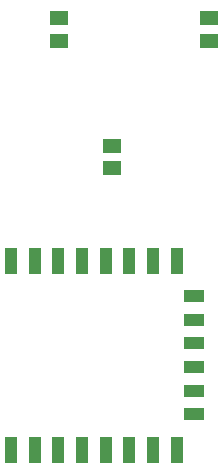
<source format=gtp>
G04 -- Generated By PCBWeb Designer*
%FSLAX24Y24*%
%MOIN*%
%OFA0B0*%
%SFA1.0B1.0*%
%AMROTRECT*21,1,$1,$2,0,0,$3*%
%AMROTOBLONG*1,1,$7,$1,$2*1,1,$7,$3,$4*21,1,$5,$6,0,0,$8*%
%ADD10C,0.025*%
%ADD11C,0.15*%
%ADD12C,0.1*%
%ADD13C,0.16*%
%ADD14C,0.005*%
%ADD15R,0.065X0.0394*%
%ADD16R,0.075X0.0494*%
%ADD17C,0.021*%
%ADD18R,0.0394X0.0866*%
%ADD19R,0.0494X0.0966*%
%ADD20C,0.002*%
%ADD21C,0.018*%
%ADD22C,0.008*%
%ADD23C,0.024*%
%ADD24R,0.055X0.055*%
%ADD25C,0.035*%
%ADD26R,0.065X0.065*%
%ADD27C,0.055*%
%ADD28C,0.032*%
%ADD29C,0.065*%
%ADD30C,0.01*%
%ADD31R,0.0591X0.0512*%
%ADD32R,0.0691X0.0612*%
%ADD33C,0.07*%
%ADD34C,0.045*%
%ADD35C,0.08*%
%ADD36C,0.033*%
%ADD37C,0.033*%
%ADD38C,0.026*%
%ADD39C,0.0394*%
%ADD40C,0.0197*%
%ADD41C,0.0494*%
%ADD42C,0.0059*%
%ADD43C,0.015*%
%ADD44C,0.0275*%
%ADD45C,0.0*%
G01*
%LNSTD*%
%LPD*%
G54D15*
X15500Y4931D03*
X15500Y5718D03*
X15500Y6506D03*
X15500Y7293D03*
X15500Y8081D03*
X15500Y8868D03*
G54D18*
X14910Y3750D03*
X9398Y3750D03*
X10185Y3750D03*
X10972Y3750D03*
X11760Y3750D03*
X12547Y3750D03*
X13335Y3750D03*
X14122Y3750D03*
X14910Y10050D03*
X14122Y10050D03*
X13335Y10050D03*
X12547Y10050D03*
X11760Y10050D03*
X10972Y10050D03*
X10185Y10050D03*
X9398Y10050D03*
G54D31*
X12750Y13126D03*
X12750Y13874D03*
X11000Y17376D03*
X11000Y18124D03*
X16000Y17376D03*
X16000Y18124D03*
M02*

</source>
